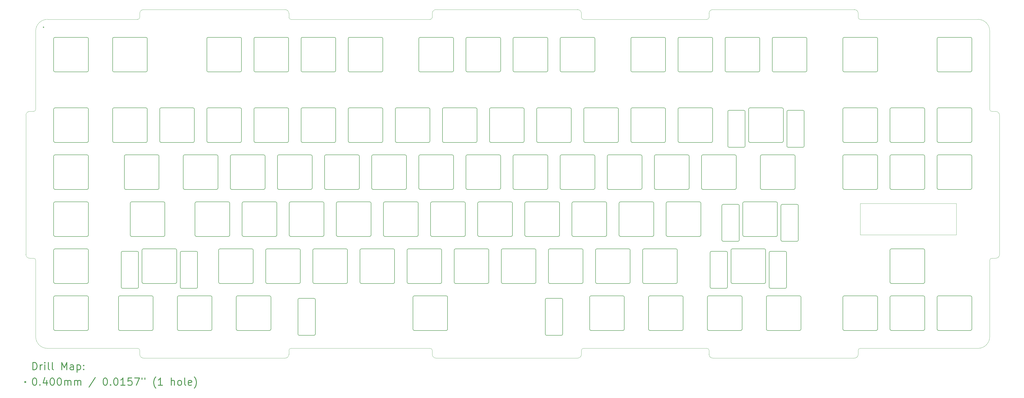
<source format=gbr>
%FSLAX45Y45*%
G04 Gerber Fmt 4.5, Leading zero omitted, Abs format (unit mm)*
G04 Created by KiCad (PCBNEW (5.1.10)-1) date 2021-10-28 23:24:55*
%MOMM*%
%LPD*%
G01*
G04 APERTURE LIST*
%TA.AperFunction,Profile*%
%ADD10C,0.200000*%
%TD*%
%TA.AperFunction,Profile*%
%ADD11C,0.100000*%
%TD*%
%ADD12C,0.200000*%
%ADD13C,0.300000*%
G04 APERTURE END LIST*
D10*
X23905720Y-23320220D02*
G75*
G02*
X23955720Y-23270220I50000J0D01*
G01*
X25255720Y-23270220D02*
G75*
G02*
X25305720Y-23320220I0J-50000D01*
G01*
X22000720Y-23320220D02*
G75*
G02*
X22050720Y-23270220I50000J0D01*
G01*
X25305720Y-23320220D02*
X25305720Y-24620220D01*
X23400720Y-24620220D02*
G75*
G02*
X23350720Y-24670220I-50000J0D01*
G01*
X23955720Y-23270220D02*
X25255720Y-23270220D01*
X23905720Y-23320220D02*
X23905720Y-24620220D01*
X23955720Y-24670220D02*
X25255720Y-24670220D01*
X22050720Y-24670220D02*
G75*
G02*
X22000720Y-24620220I0J50000D01*
G01*
X23350720Y-23270220D02*
G75*
G02*
X23400720Y-23320220I0J-50000D01*
G01*
X19241345Y-28630220D02*
G75*
G02*
X19191345Y-28680220I-50000J0D01*
G01*
X30385095Y-28480220D02*
X31685095Y-28480220D01*
X30335095Y-27130220D02*
X30335095Y-28430220D01*
X15066345Y-27130220D02*
X15066345Y-28430220D01*
X30385095Y-27080220D02*
X31685095Y-27080220D01*
X8665720Y-27130220D02*
X8665720Y-28430220D01*
X13716345Y-28480220D02*
X15016345Y-28480220D01*
X13666345Y-27130220D02*
G75*
G02*
X13716345Y-27080220I50000J0D01*
G01*
X23241345Y-27080220D02*
X24541345Y-27080220D01*
X11335095Y-27080220D02*
X12635095Y-27080220D01*
X13716345Y-28480220D02*
G75*
G02*
X13666345Y-28430220I0J50000D01*
G01*
X15016345Y-27080220D02*
G75*
G02*
X15066345Y-27130220I0J-50000D01*
G01*
X8715720Y-28480220D02*
X10015720Y-28480220D01*
X8715720Y-27080220D02*
X10015720Y-27080220D01*
X43829470Y-25175220D02*
G75*
G02*
X43879470Y-25225220I0J-50000D01*
G01*
X13666345Y-27130220D02*
X13666345Y-28430220D01*
X16097595Y-27080220D02*
X17397595Y-27080220D01*
X17447595Y-28430220D02*
G75*
G02*
X17397595Y-28480220I-50000J0D01*
G01*
X23241345Y-28480220D02*
X24541345Y-28480220D01*
X23191345Y-27130220D02*
X23191345Y-28430220D01*
X28591345Y-28680220D02*
X29191345Y-28680220D01*
X28591345Y-28680220D02*
G75*
G02*
X28541345Y-28630220I0J50000D01*
G01*
X42479470Y-25225220D02*
G75*
G02*
X42529470Y-25175220I50000J0D01*
G01*
X42529470Y-26575220D02*
G75*
G02*
X42479470Y-26525220I0J50000D01*
G01*
X10065720Y-27130220D02*
X10065720Y-28430220D01*
X13716345Y-27080220D02*
X15016345Y-27080220D01*
X16047595Y-27130220D02*
X16047595Y-28430220D01*
X24541345Y-27080220D02*
G75*
G02*
X24591345Y-27130220I0J-50000D01*
G01*
X12685095Y-27130220D02*
X12685095Y-28430220D01*
X11335095Y-28480220D02*
X12635095Y-28480220D01*
X12635095Y-27080220D02*
G75*
G02*
X12685095Y-27130220I0J-50000D01*
G01*
X15066345Y-28430220D02*
G75*
G02*
X15016345Y-28480220I-50000J0D01*
G01*
X29241345Y-27230220D02*
X29241345Y-28630220D01*
X11335095Y-28480220D02*
G75*
G02*
X11285095Y-28430220I0J50000D01*
G01*
X16047595Y-27130220D02*
G75*
G02*
X16097595Y-27080220I50000J0D01*
G01*
X29241345Y-28630220D02*
G75*
G02*
X29191345Y-28680220I-50000J0D01*
G01*
X29191345Y-27180220D02*
G75*
G02*
X29241345Y-27230220I0J-50000D01*
G01*
X18591345Y-27180220D02*
X19191345Y-27180220D01*
X10015720Y-27080220D02*
G75*
G02*
X10065720Y-27130220I0J-50000D01*
G01*
X8715720Y-28480220D02*
G75*
G02*
X8665720Y-28430220I0J50000D01*
G01*
X23191345Y-27130220D02*
G75*
G02*
X23241345Y-27080220I50000J0D01*
G01*
X43879470Y-25225220D02*
X43879470Y-26525220D01*
X12685095Y-28430220D02*
G75*
G02*
X12635095Y-28480220I-50000J0D01*
G01*
X28541345Y-27230220D02*
G75*
G02*
X28591345Y-27180220I50000J0D01*
G01*
X10065720Y-28430220D02*
G75*
G02*
X10015720Y-28480220I-50000J0D01*
G01*
X24591345Y-28430220D02*
G75*
G02*
X24541345Y-28480220I-50000J0D01*
G01*
X18541345Y-27230220D02*
X18541345Y-28630220D01*
X11285095Y-27130220D02*
X11285095Y-28430220D01*
X8665720Y-27130220D02*
G75*
G02*
X8715720Y-27080220I50000J0D01*
G01*
X11285095Y-27130220D02*
G75*
G02*
X11335095Y-27080220I50000J0D01*
G01*
X17447595Y-27130220D02*
X17447595Y-28430220D01*
X16097595Y-28480220D02*
G75*
G02*
X16047595Y-28430220I0J50000D01*
G01*
X24591345Y-27130220D02*
X24591345Y-28430220D01*
X23241345Y-28480220D02*
G75*
G02*
X23191345Y-28430220I0J50000D01*
G01*
X28591345Y-27180220D02*
X29191345Y-27180220D01*
X16097595Y-28480220D02*
X17397595Y-28480220D01*
X28541345Y-27230220D02*
X28541345Y-28630220D01*
X43879470Y-26525220D02*
G75*
G02*
X43829470Y-26575220I-50000J0D01*
G01*
X18591345Y-28680220D02*
X19191345Y-28680220D01*
X19241345Y-27230220D02*
X19241345Y-28630220D01*
X18541345Y-27230220D02*
G75*
G02*
X18591345Y-27180220I50000J0D01*
G01*
X19191345Y-27180220D02*
G75*
G02*
X19241345Y-27230220I0J-50000D01*
G01*
X18591345Y-28680220D02*
G75*
G02*
X18541345Y-28630220I0J50000D01*
G01*
X17397595Y-27080220D02*
G75*
G02*
X17447595Y-27130220I0J-50000D01*
G01*
X42529470Y-28480220D02*
G75*
G02*
X42479470Y-28430220I0J50000D01*
G01*
X45734470Y-27080220D02*
G75*
G02*
X45784470Y-27130220I0J-50000D01*
G01*
X37528845Y-28480220D02*
X38828845Y-28480220D01*
X35147595Y-27080220D02*
X36447595Y-27080220D01*
X31735095Y-28430220D02*
G75*
G02*
X31685095Y-28480220I-50000J0D01*
G01*
X32766345Y-28480220D02*
G75*
G02*
X32716345Y-28430220I0J50000D01*
G01*
X36497595Y-28430220D02*
G75*
G02*
X36447595Y-28480220I-50000J0D01*
G01*
X43829470Y-27080220D02*
G75*
G02*
X43879470Y-27130220I0J-50000D01*
G01*
X34116345Y-28430220D02*
G75*
G02*
X34066345Y-28480220I-50000J0D01*
G01*
X38878845Y-28430220D02*
G75*
G02*
X38828845Y-28480220I-50000J0D01*
G01*
X37478845Y-27130220D02*
G75*
G02*
X37528845Y-27080220I50000J0D01*
G01*
X34066345Y-27080220D02*
G75*
G02*
X34116345Y-27130220I0J-50000D01*
G01*
X42529470Y-27080220D02*
X43829470Y-27080220D01*
X44384470Y-27130220D02*
G75*
G02*
X44434470Y-27080220I50000J0D01*
G01*
X37528845Y-27080220D02*
X38828845Y-27080220D01*
X40574470Y-27130220D02*
X40574470Y-28430220D01*
X37528845Y-28480220D02*
G75*
G02*
X37478845Y-28430220I0J50000D01*
G01*
X45784470Y-27130220D02*
X45784470Y-28430220D01*
X32766345Y-28480220D02*
X34066345Y-28480220D01*
X37478845Y-27130220D02*
X37478845Y-28430220D01*
X43879470Y-27130220D02*
X43879470Y-28430220D01*
X40574470Y-27130220D02*
G75*
G02*
X40624470Y-27080220I50000J0D01*
G01*
X32716345Y-27130220D02*
X32716345Y-28430220D01*
X32716345Y-27130220D02*
G75*
G02*
X32766345Y-27080220I50000J0D01*
G01*
X44384470Y-27130220D02*
X44384470Y-28430220D01*
X41974470Y-28430220D02*
G75*
G02*
X41924470Y-28480220I-50000J0D01*
G01*
X44434470Y-28480220D02*
X45734470Y-28480220D01*
X35097595Y-27130220D02*
G75*
G02*
X35147595Y-27080220I50000J0D01*
G01*
X31735095Y-27130220D02*
X31735095Y-28430220D01*
X32766345Y-27080220D02*
X34066345Y-27080220D01*
X31685095Y-27080220D02*
G75*
G02*
X31735095Y-27130220I0J-50000D01*
G01*
X34116345Y-27130220D02*
X34116345Y-28430220D01*
X40624470Y-27080220D02*
X41924470Y-27080220D01*
X42529470Y-28480220D02*
X43829470Y-28480220D01*
X36497595Y-27130220D02*
X36497595Y-28430220D01*
X42479470Y-27130220D02*
G75*
G02*
X42529470Y-27080220I50000J0D01*
G01*
X41974470Y-27130220D02*
X41974470Y-28430220D01*
X41924470Y-27080220D02*
G75*
G02*
X41974470Y-27130220I0J-50000D01*
G01*
X40624470Y-28480220D02*
X41924470Y-28480220D01*
X43879470Y-28430220D02*
G75*
G02*
X43829470Y-28480220I-50000J0D01*
G01*
X38828845Y-27080220D02*
G75*
G02*
X38878845Y-27130220I0J-50000D01*
G01*
X42479470Y-27130220D02*
X42479470Y-28430220D01*
X44434470Y-27080220D02*
X45734470Y-27080220D01*
X35097595Y-27130220D02*
X35097595Y-28430220D01*
X35147595Y-28480220D02*
X36447595Y-28480220D01*
X35147595Y-28480220D02*
G75*
G02*
X35097595Y-28430220I0J50000D01*
G01*
X38878845Y-27130220D02*
X38878845Y-28430220D01*
X45784470Y-28430220D02*
G75*
G02*
X45734470Y-28480220I-50000J0D01*
G01*
X30335095Y-27130220D02*
G75*
G02*
X30385095Y-27080220I50000J0D01*
G01*
X40624470Y-28480220D02*
G75*
G02*
X40574470Y-28430220I0J50000D01*
G01*
X30385095Y-28480220D02*
G75*
G02*
X30335095Y-28430220I0J50000D01*
G01*
X44434470Y-28480220D02*
G75*
G02*
X44384470Y-28430220I0J50000D01*
G01*
X36447595Y-27080220D02*
G75*
G02*
X36497595Y-27130220I0J-50000D01*
G01*
X19540720Y-23270220D02*
G75*
G02*
X19590720Y-23320220I0J-50000D01*
G01*
X20095720Y-23320220D02*
G75*
G02*
X20145720Y-23270220I50000J0D01*
G01*
X18240720Y-24670220D02*
G75*
G02*
X18190720Y-24620220I0J50000D01*
G01*
X21495720Y-24620220D02*
G75*
G02*
X21445720Y-24670220I-50000J0D01*
G01*
X21445720Y-23270220D02*
G75*
G02*
X21495720Y-23320220I0J-50000D01*
G01*
X22050720Y-23270220D02*
X23350720Y-23270220D01*
X22050720Y-24670220D02*
X23350720Y-24670220D01*
X22000720Y-23320220D02*
X22000720Y-24620220D01*
X23400720Y-23320220D02*
X23400720Y-24620220D01*
X19590720Y-23320220D02*
X19590720Y-24620220D01*
X19590720Y-24620220D02*
G75*
G02*
X19540720Y-24670220I-50000J0D01*
G01*
X20145720Y-23270220D02*
X21445720Y-23270220D01*
X20145720Y-24670220D02*
X21445720Y-24670220D01*
X18190720Y-23320220D02*
G75*
G02*
X18240720Y-23270220I50000J0D01*
G01*
X21495720Y-23320220D02*
X21495720Y-24620220D01*
X20095720Y-23320220D02*
X20095720Y-24620220D01*
X20145720Y-24670220D02*
G75*
G02*
X20095720Y-24620220I0J50000D01*
G01*
X31020720Y-23320220D02*
X31020720Y-24620220D01*
X31575720Y-24670220D02*
X32875720Y-24670220D01*
X34830720Y-23320220D02*
X34830720Y-24620220D01*
X27765720Y-24670220D02*
G75*
G02*
X27715720Y-24620220I0J50000D01*
G01*
X29620720Y-23320220D02*
G75*
G02*
X29670720Y-23270220I50000J0D01*
G01*
X33430720Y-23320220D02*
G75*
G02*
X33480720Y-23270220I50000J0D01*
G01*
X32925720Y-23320220D02*
X32925720Y-24620220D01*
X25860720Y-24670220D02*
G75*
G02*
X25810720Y-24620220I0J50000D01*
G01*
X30970720Y-23270220D02*
G75*
G02*
X31020720Y-23320220I0J-50000D01*
G01*
X36526345Y-23320220D02*
G75*
G02*
X36576345Y-23270220I50000J0D01*
G01*
X36576345Y-24670220D02*
G75*
G02*
X36526345Y-24620220I0J50000D01*
G01*
X29670720Y-23270220D02*
X30970720Y-23270220D01*
X38070145Y-23420220D02*
X38070145Y-24820220D01*
X31575720Y-24670220D02*
G75*
G02*
X31525720Y-24620220I0J50000D01*
G01*
X29115720Y-24620220D02*
G75*
G02*
X29065720Y-24670220I-50000J0D01*
G01*
X37926345Y-23320220D02*
X37926345Y-24620220D01*
X37876345Y-23270220D02*
G75*
G02*
X37926345Y-23320220I0J-50000D01*
G01*
X38720145Y-23370220D02*
G75*
G02*
X38770145Y-23420220I0J-50000D01*
G01*
X35682545Y-23420220D02*
X35682545Y-24820220D01*
X29065720Y-23270220D02*
G75*
G02*
X29115720Y-23320220I0J-50000D01*
G01*
X36576345Y-23270220D02*
X37876345Y-23270220D01*
X27715720Y-23320220D02*
X27715720Y-24620220D01*
X29115720Y-23320220D02*
X29115720Y-24620220D01*
X27715720Y-23320220D02*
G75*
G02*
X27765720Y-23270220I50000J0D01*
G01*
X38120145Y-24870220D02*
G75*
G02*
X38070145Y-24820220I0J50000D01*
G01*
X35682545Y-23420220D02*
G75*
G02*
X35732545Y-23370220I50000J0D01*
G01*
X10065720Y-25225220D02*
X10065720Y-26525220D01*
X8665720Y-25225220D02*
G75*
G02*
X8715720Y-25175220I50000J0D01*
G01*
X10015720Y-25175220D02*
G75*
G02*
X10065720Y-25225220I0J-50000D01*
G01*
X33430720Y-23320220D02*
X33430720Y-24620220D01*
X33480720Y-24670220D02*
G75*
G02*
X33430720Y-24620220I0J50000D01*
G01*
X36382545Y-23420220D02*
X36382545Y-24820220D01*
X29620720Y-23320220D02*
X29620720Y-24620220D01*
X36382545Y-24820220D02*
G75*
G02*
X36332545Y-24870220I-50000J0D01*
G01*
X33480720Y-23270220D02*
X34780720Y-23270220D01*
X35732545Y-24870220D02*
G75*
G02*
X35682545Y-24820220I0J50000D01*
G01*
X31575720Y-23270220D02*
X32875720Y-23270220D01*
X31525720Y-23320220D02*
X31525720Y-24620220D01*
X34830720Y-24620220D02*
G75*
G02*
X34780720Y-24670220I-50000J0D01*
G01*
X34780720Y-23270220D02*
G75*
G02*
X34830720Y-23320220I0J-50000D01*
G01*
X33480720Y-24670220D02*
X34780720Y-24670220D01*
X29670720Y-24670220D02*
G75*
G02*
X29620720Y-24620220I0J50000D01*
G01*
X36576345Y-24670220D02*
X37876345Y-24670220D01*
X36526345Y-23320220D02*
X36526345Y-24620220D01*
X27765720Y-24670220D02*
X29065720Y-24670220D01*
X38120145Y-24870220D02*
X38720145Y-24870220D01*
X38770145Y-23420220D02*
X38770145Y-24820220D01*
X32925720Y-24620220D02*
G75*
G02*
X32875720Y-24670220I-50000J0D01*
G01*
X32875720Y-23270220D02*
G75*
G02*
X32925720Y-23320220I0J-50000D01*
G01*
X37926345Y-24620220D02*
G75*
G02*
X37876345Y-24670220I-50000J0D01*
G01*
X38120145Y-23370220D02*
X38720145Y-23370220D01*
X38070145Y-23420220D02*
G75*
G02*
X38120145Y-23370220I50000J0D01*
G01*
X38770145Y-24820220D02*
G75*
G02*
X38720145Y-24870220I-50000J0D01*
G01*
X35732545Y-23370220D02*
X36332545Y-23370220D01*
X35732545Y-24870220D02*
X36332545Y-24870220D01*
X31525720Y-23320220D02*
G75*
G02*
X31575720Y-23270220I50000J0D01*
G01*
X36332545Y-23370220D02*
G75*
G02*
X36382545Y-23420220I0J-50000D01*
G01*
X8715720Y-25175220D02*
X10015720Y-25175220D01*
X8715720Y-26575220D02*
X10015720Y-26575220D01*
X29670720Y-24670220D02*
X30970720Y-24670220D01*
X8665720Y-25225220D02*
X8665720Y-26525220D01*
X27210720Y-24620220D02*
G75*
G02*
X27160720Y-24670220I-50000J0D01*
G01*
X31020720Y-24620220D02*
G75*
G02*
X30970720Y-24670220I-50000J0D01*
G01*
X27765720Y-23270220D02*
X29065720Y-23270220D01*
X20543220Y-26525220D02*
G75*
G02*
X20493220Y-26575220I-50000J0D01*
G01*
X8715720Y-26575220D02*
G75*
G02*
X8665720Y-26525220I0J50000D01*
G01*
X22953220Y-25225220D02*
G75*
G02*
X23003220Y-25175220I50000J0D01*
G01*
X15383220Y-26575220D02*
X16683220Y-26575220D01*
X24303220Y-25175220D02*
G75*
G02*
X24353220Y-25225220I0J-50000D01*
G01*
X13831395Y-25275220D02*
X14431395Y-25275220D01*
X12093795Y-26725220D02*
G75*
G02*
X12043795Y-26775220I-50000J0D01*
G01*
X15333220Y-25225220D02*
X15333220Y-26525220D01*
X17288220Y-26575220D02*
G75*
G02*
X17238220Y-26525220I0J50000D01*
G01*
X13831395Y-26775220D02*
G75*
G02*
X13781395Y-26725220I0J50000D01*
G01*
X15333220Y-25225220D02*
G75*
G02*
X15383220Y-25175220I50000J0D01*
G01*
X16733220Y-25225220D02*
X16733220Y-26525220D01*
X12237595Y-25225220D02*
X12237595Y-26525220D01*
X12287595Y-26575220D02*
G75*
G02*
X12237595Y-26525220I0J50000D01*
G01*
X13637595Y-26525220D02*
G75*
G02*
X13587595Y-26575220I-50000J0D01*
G01*
X15383220Y-25175220D02*
X16683220Y-25175220D01*
X15383220Y-26575220D02*
G75*
G02*
X15333220Y-26525220I0J50000D01*
G01*
X18588220Y-25175220D02*
G75*
G02*
X18638220Y-25225220I0J-50000D01*
G01*
X18638220Y-26525220D02*
G75*
G02*
X18588220Y-26575220I-50000J0D01*
G01*
X19193220Y-25175220D02*
X20493220Y-25175220D01*
X21048220Y-25225220D02*
G75*
G02*
X21098220Y-25175220I50000J0D01*
G01*
X22398220Y-25175220D02*
G75*
G02*
X22448220Y-25225220I0J-50000D01*
G01*
X12237595Y-25225220D02*
G75*
G02*
X12287595Y-25175220I50000J0D01*
G01*
X21098220Y-26575220D02*
G75*
G02*
X21048220Y-26525220I0J50000D01*
G01*
X13831395Y-26775220D02*
X14431395Y-26775220D01*
X11443795Y-26775220D02*
G75*
G02*
X11393795Y-26725220I0J50000D01*
G01*
X17288220Y-25175220D02*
X18588220Y-25175220D01*
X23003220Y-25175220D02*
X24303220Y-25175220D01*
X11443795Y-26775220D02*
X12043795Y-26775220D01*
X10065720Y-26525220D02*
G75*
G02*
X10015720Y-26575220I-50000J0D01*
G01*
X12287595Y-25175220D02*
X13587595Y-25175220D01*
X13637595Y-25225220D02*
X13637595Y-26525220D01*
X14481395Y-26725220D02*
G75*
G02*
X14431395Y-26775220I-50000J0D01*
G01*
X12093795Y-25325220D02*
X12093795Y-26725220D01*
X11393795Y-25325220D02*
G75*
G02*
X11443795Y-25275220I50000J0D01*
G01*
X16683220Y-25175220D02*
G75*
G02*
X16733220Y-25225220I0J-50000D01*
G01*
X17238220Y-25225220D02*
X17238220Y-26525220D01*
X19143220Y-25225220D02*
G75*
G02*
X19193220Y-25175220I50000J0D01*
G01*
X14481395Y-25325220D02*
X14481395Y-26725220D01*
X13781395Y-25325220D02*
G75*
G02*
X13831395Y-25275220I50000J0D01*
G01*
X20493220Y-25175220D02*
G75*
G02*
X20543220Y-25225220I0J-50000D01*
G01*
X12043795Y-25275220D02*
G75*
G02*
X12093795Y-25325220I0J-50000D01*
G01*
X19193220Y-26575220D02*
G75*
G02*
X19143220Y-26525220I0J50000D01*
G01*
X21098220Y-26575220D02*
X22398220Y-26575220D01*
X14431395Y-25275220D02*
G75*
G02*
X14481395Y-25325220I0J-50000D01*
G01*
X21048220Y-25225220D02*
X21048220Y-26525220D01*
X22448220Y-25225220D02*
X22448220Y-26525220D01*
X11443795Y-25275220D02*
X12043795Y-25275220D01*
X13781395Y-25325220D02*
X13781395Y-26725220D01*
X11393795Y-25325220D02*
X11393795Y-26725220D01*
X17288220Y-26575220D02*
X18588220Y-26575220D01*
X17238220Y-25225220D02*
G75*
G02*
X17288220Y-25175220I50000J0D01*
G01*
X19193220Y-26575220D02*
X20493220Y-26575220D01*
X20543220Y-25225220D02*
X20543220Y-26525220D01*
X23003220Y-26575220D02*
X24303220Y-26575220D01*
X16733220Y-26525220D02*
G75*
G02*
X16683220Y-26575220I-50000J0D01*
G01*
X22953220Y-25225220D02*
X22953220Y-26525220D01*
X13587595Y-25175220D02*
G75*
G02*
X13637595Y-25225220I0J-50000D01*
G01*
X22448220Y-26525220D02*
G75*
G02*
X22398220Y-26575220I-50000J0D01*
G01*
X24353220Y-25225220D02*
X24353220Y-26525220D01*
X21098220Y-25175220D02*
X22398220Y-25175220D01*
X19143220Y-25225220D02*
X19143220Y-26525220D01*
X12287595Y-26575220D02*
X13587595Y-26575220D01*
X18638220Y-25225220D02*
X18638220Y-26525220D01*
X28113220Y-25175220D02*
G75*
G02*
X28163220Y-25225220I0J-50000D01*
G01*
X35256295Y-25275220D02*
X35856295Y-25275220D01*
X35206295Y-25325220D02*
X35206295Y-26725220D01*
X26813220Y-26575220D02*
G75*
G02*
X26763220Y-26525220I0J50000D01*
G01*
X30623220Y-26575220D02*
G75*
G02*
X30573220Y-26525220I0J50000D01*
G01*
X30018220Y-25175220D02*
G75*
G02*
X30068220Y-25225220I0J-50000D01*
G01*
X30573220Y-25225220D02*
G75*
G02*
X30623220Y-25175220I50000J0D01*
G01*
X33828220Y-25175220D02*
G75*
G02*
X33878220Y-25225220I0J-50000D01*
G01*
X24353220Y-26525220D02*
G75*
G02*
X24303220Y-26575220I-50000J0D01*
G01*
X31923220Y-25175220D02*
G75*
G02*
X31973220Y-25225220I0J-50000D01*
G01*
X33878220Y-26525220D02*
G75*
G02*
X33828220Y-26575220I-50000J0D01*
G01*
X24858220Y-25225220D02*
G75*
G02*
X24908220Y-25175220I50000J0D01*
G01*
X26813220Y-25175220D02*
X28113220Y-25175220D01*
X31973220Y-25225220D02*
X31973220Y-26525220D01*
X36050095Y-25225220D02*
X36050095Y-26525220D01*
X32528220Y-26575220D02*
G75*
G02*
X32478220Y-26525220I0J50000D01*
G01*
X37400095Y-25175220D02*
G75*
G02*
X37450095Y-25225220I0J-50000D01*
G01*
X37643895Y-25275220D02*
X38243895Y-25275220D01*
X37643895Y-26775220D02*
G75*
G02*
X37593895Y-26725220I0J50000D01*
G01*
X35906295Y-25325220D02*
X35906295Y-26725220D01*
X36050095Y-25225220D02*
G75*
G02*
X36100095Y-25175220I50000J0D01*
G01*
X35206295Y-25325220D02*
G75*
G02*
X35256295Y-25275220I50000J0D01*
G01*
X30068220Y-26525220D02*
G75*
G02*
X30018220Y-26575220I-50000J0D01*
G01*
X36100095Y-25175220D02*
X37400095Y-25175220D01*
X24908220Y-26575220D02*
X26208220Y-26575220D01*
X26208220Y-25175220D02*
G75*
G02*
X26258220Y-25225220I0J-50000D01*
G01*
X37593895Y-25325220D02*
X37593895Y-26725220D01*
X35256295Y-26775220D02*
X35856295Y-26775220D01*
X35856295Y-25275220D02*
G75*
G02*
X35906295Y-25325220I0J-50000D01*
G01*
X26813220Y-26575220D02*
X28113220Y-26575220D01*
X24908220Y-26575220D02*
G75*
G02*
X24858220Y-26525220I0J50000D01*
G01*
X30623220Y-25175220D02*
X31923220Y-25175220D01*
X30573220Y-25225220D02*
X30573220Y-26525220D01*
X38243895Y-25275220D02*
G75*
G02*
X38293895Y-25325220I0J-50000D01*
G01*
X32478220Y-25225220D02*
X32478220Y-26525220D01*
X28718220Y-26575220D02*
X30018220Y-26575220D01*
X26258220Y-25225220D02*
X26258220Y-26525220D01*
X28163220Y-26525220D02*
G75*
G02*
X28113220Y-26575220I-50000J0D01*
G01*
X26763220Y-25225220D02*
X26763220Y-26525220D01*
X28163220Y-25225220D02*
X28163220Y-26525220D01*
X28718220Y-25175220D02*
X30018220Y-25175220D01*
X30068220Y-25225220D02*
X30068220Y-26525220D01*
X24858220Y-25225220D02*
X24858220Y-26525220D01*
X28718220Y-26575220D02*
G75*
G02*
X28668220Y-26525220I0J50000D01*
G01*
X30623220Y-26575220D02*
X31923220Y-26575220D01*
X32528220Y-26575220D02*
X33828220Y-26575220D01*
X36100095Y-26575220D02*
G75*
G02*
X36050095Y-26525220I0J50000D01*
G01*
X24908220Y-25175220D02*
X26208220Y-25175220D01*
X26763220Y-25225220D02*
G75*
G02*
X26813220Y-25175220I50000J0D01*
G01*
X37450095Y-25225220D02*
X37450095Y-26525220D01*
X32528220Y-25175220D02*
X33828220Y-25175220D01*
X31973220Y-26525220D02*
G75*
G02*
X31923220Y-26575220I-50000J0D01*
G01*
X23003220Y-26575220D02*
G75*
G02*
X22953220Y-26525220I0J50000D01*
G01*
X32478220Y-25225220D02*
G75*
G02*
X32528220Y-25175220I50000J0D01*
G01*
X36100095Y-26575220D02*
X37400095Y-26575220D01*
X28668220Y-25225220D02*
X28668220Y-26525220D01*
X37450095Y-26525220D02*
G75*
G02*
X37400095Y-26575220I-50000J0D01*
G01*
X26258220Y-26525220D02*
G75*
G02*
X26208220Y-26575220I-50000J0D01*
G01*
X28668220Y-25225220D02*
G75*
G02*
X28718220Y-25175220I50000J0D01*
G01*
X37643895Y-26775220D02*
X38243895Y-26775220D01*
X38293895Y-25325220D02*
X38293895Y-26725220D01*
X33878220Y-25225220D02*
X33878220Y-26525220D01*
X37593895Y-25325220D02*
G75*
G02*
X37643895Y-25275220I50000J0D01*
G01*
X38293895Y-26725220D02*
G75*
G02*
X38243895Y-26775220I-50000J0D01*
G01*
X42479470Y-25225220D02*
X42479470Y-26525220D01*
X42529470Y-26575220D02*
X43829470Y-26575220D01*
X35256295Y-26775220D02*
G75*
G02*
X35206295Y-26725220I0J50000D01*
G01*
X35906295Y-26725220D02*
G75*
G02*
X35856295Y-26775220I-50000J0D01*
G01*
X42529470Y-25175220D02*
X43829470Y-25175220D01*
X25810720Y-23320220D02*
X25810720Y-24620220D01*
X23955720Y-24670220D02*
G75*
G02*
X23905720Y-24620220I0J50000D01*
G01*
X25810720Y-23320220D02*
G75*
G02*
X25860720Y-23270220I50000J0D01*
G01*
X25860720Y-24670220D02*
X27160720Y-24670220D01*
X25305720Y-24620220D02*
G75*
G02*
X25255720Y-24670220I-50000J0D01*
G01*
X25860720Y-23270220D02*
X27160720Y-23270220D01*
X27160720Y-23270220D02*
G75*
G02*
X27210720Y-23320220I0J-50000D01*
G01*
X27210720Y-23320220D02*
X27210720Y-24620220D01*
X27239470Y-16652720D02*
G75*
G02*
X27289470Y-16602720I50000J0D01*
G01*
X26684470Y-16602720D02*
G75*
G02*
X26734470Y-16652720I0J-50000D01*
G01*
X26734470Y-17952720D02*
G75*
G02*
X26684470Y-18002720I-50000J0D01*
G01*
X28589470Y-16602720D02*
G75*
G02*
X28639470Y-16652720I0J-50000D01*
G01*
X27289470Y-18002720D02*
G75*
G02*
X27239470Y-17952720I0J50000D01*
G01*
X24779470Y-16602720D02*
G75*
G02*
X24829470Y-16652720I0J-50000D01*
G01*
X29194470Y-16602720D02*
X30494470Y-16602720D01*
X29194470Y-18002720D02*
X30494470Y-18002720D01*
X25384470Y-18002720D02*
G75*
G02*
X25334470Y-17952720I0J50000D01*
G01*
X25334470Y-16652720D02*
G75*
G02*
X25384470Y-16602720I50000J0D01*
G01*
X29144470Y-16652720D02*
X29144470Y-17952720D01*
X25384470Y-18002720D02*
X26684470Y-18002720D01*
X24829470Y-17952720D02*
G75*
G02*
X24779470Y-18002720I-50000J0D01*
G01*
X28639470Y-17952720D02*
G75*
G02*
X28589470Y-18002720I-50000J0D01*
G01*
X30544470Y-16652720D02*
X30544470Y-17952720D01*
X29144470Y-16652720D02*
G75*
G02*
X29194470Y-16602720I50000J0D01*
G01*
X25384470Y-16602720D02*
X26684470Y-16602720D01*
X23479470Y-18002720D02*
G75*
G02*
X23429470Y-17952720I0J50000D01*
G01*
X25334470Y-16652720D02*
X25334470Y-17952720D01*
X26734470Y-16652720D02*
X26734470Y-17952720D01*
X27289470Y-16602720D02*
X28589470Y-16602720D01*
X27289470Y-18002720D02*
X28589470Y-18002720D01*
X27239470Y-16652720D02*
X27239470Y-17952720D01*
X28639470Y-16652720D02*
X28639470Y-17952720D01*
X10015720Y-19460220D02*
G75*
G02*
X10065720Y-19510220I0J-50000D01*
G01*
X33401970Y-17952720D02*
G75*
G02*
X33351970Y-18002720I-50000J0D01*
G01*
X37766970Y-18002720D02*
G75*
G02*
X37716970Y-17952720I0J50000D01*
G01*
X44434470Y-16602720D02*
X45734470Y-16602720D01*
X37766970Y-18002720D02*
X39066970Y-18002720D01*
X35861970Y-18002720D02*
X37161970Y-18002720D01*
X40624470Y-16602720D02*
X41924470Y-16602720D01*
X44434470Y-18002720D02*
X45734470Y-18002720D01*
X37716970Y-16652720D02*
X37716970Y-17952720D01*
X8715720Y-20860220D02*
X10015720Y-20860220D01*
X10065720Y-19510220D02*
X10065720Y-20810220D01*
X30494470Y-16602720D02*
G75*
G02*
X30544470Y-16652720I0J-50000D01*
G01*
X35306970Y-16652720D02*
X35306970Y-17952720D01*
X35306970Y-17952720D02*
G75*
G02*
X35256970Y-18002720I-50000J0D01*
G01*
X35861970Y-16602720D02*
X37161970Y-16602720D01*
X37161970Y-16602720D02*
G75*
G02*
X37211970Y-16652720I0J-50000D01*
G01*
X41974470Y-16652720D02*
X41974470Y-17952720D01*
X8715720Y-19460220D02*
X10015720Y-19460220D01*
X8665720Y-19510220D02*
X8665720Y-20810220D01*
X8715720Y-20860220D02*
G75*
G02*
X8665720Y-20810220I0J50000D01*
G01*
X45734470Y-16602720D02*
G75*
G02*
X45784470Y-16652720I0J-50000D01*
G01*
X10065720Y-20810220D02*
G75*
G02*
X10015720Y-20860220I-50000J0D01*
G01*
X35256970Y-16602720D02*
G75*
G02*
X35306970Y-16652720I0J-50000D01*
G01*
X11096970Y-19460220D02*
X12396970Y-19460220D01*
X35811970Y-16652720D02*
X35811970Y-17952720D01*
X11096970Y-20860220D02*
X12396970Y-20860220D01*
X11046970Y-19510220D02*
X11046970Y-20810220D01*
X12446970Y-19510220D02*
X12446970Y-20810220D01*
X11046970Y-19510220D02*
G75*
G02*
X11096970Y-19460220I50000J0D01*
G01*
X33956970Y-16602720D02*
X35256970Y-16602720D01*
X32001970Y-16652720D02*
X32001970Y-17952720D01*
X33956970Y-18002720D02*
X35256970Y-18002720D01*
X33906970Y-16652720D02*
G75*
G02*
X33956970Y-16602720I50000J0D01*
G01*
X32051970Y-16602720D02*
X33351970Y-16602720D01*
X30544470Y-17952720D02*
G75*
G02*
X30494470Y-18002720I-50000J0D01*
G01*
X32001970Y-16652720D02*
G75*
G02*
X32051970Y-16602720I50000J0D01*
G01*
X37211970Y-17952720D02*
G75*
G02*
X37161970Y-18002720I-50000J0D01*
G01*
X39066970Y-16602720D02*
G75*
G02*
X39116970Y-16652720I0J-50000D01*
G01*
X35811970Y-16652720D02*
G75*
G02*
X35861970Y-16602720I50000J0D01*
G01*
X39116970Y-17952720D02*
G75*
G02*
X39066970Y-18002720I-50000J0D01*
G01*
X41924470Y-16602720D02*
G75*
G02*
X41974470Y-16652720I0J-50000D01*
G01*
X39116970Y-16652720D02*
X39116970Y-17952720D01*
X32051970Y-18002720D02*
G75*
G02*
X32001970Y-17952720I0J50000D01*
G01*
X40624470Y-18002720D02*
G75*
G02*
X40574470Y-17952720I0J50000D01*
G01*
X41974470Y-17952720D02*
G75*
G02*
X41924470Y-18002720I-50000J0D01*
G01*
X44384470Y-16652720D02*
X44384470Y-17952720D01*
X45784470Y-16652720D02*
X45784470Y-17952720D01*
X33351970Y-16602720D02*
G75*
G02*
X33401970Y-16652720I0J-50000D01*
G01*
X37211970Y-16652720D02*
X37211970Y-17952720D01*
X40574470Y-16652720D02*
X40574470Y-17952720D01*
X40574470Y-16652720D02*
G75*
G02*
X40624470Y-16602720I50000J0D01*
G01*
X29194470Y-18002720D02*
G75*
G02*
X29144470Y-17952720I0J50000D01*
G01*
X32051970Y-18002720D02*
X33351970Y-18002720D01*
X44384470Y-16652720D02*
G75*
G02*
X44434470Y-16602720I50000J0D01*
G01*
X44434470Y-18002720D02*
G75*
G02*
X44384470Y-17952720I0J50000D01*
G01*
X40624470Y-18002720D02*
X41924470Y-18002720D01*
X45784470Y-17952720D02*
G75*
G02*
X45734470Y-18002720I-50000J0D01*
G01*
X33956970Y-18002720D02*
G75*
G02*
X33906970Y-17952720I0J50000D01*
G01*
X8665720Y-19510220D02*
G75*
G02*
X8715720Y-19460220I50000J0D01*
G01*
X35861970Y-18002720D02*
G75*
G02*
X35811970Y-17952720I0J50000D01*
G01*
X33401970Y-16652720D02*
X33401970Y-17952720D01*
X37716970Y-16652720D02*
G75*
G02*
X37766970Y-16602720I50000J0D01*
G01*
X33906970Y-16652720D02*
X33906970Y-17952720D01*
X37766970Y-16602720D02*
X39066970Y-16602720D01*
X10065720Y-17952720D02*
G75*
G02*
X10015720Y-18002720I-50000J0D01*
G01*
X8715720Y-18002720D02*
G75*
G02*
X8665720Y-17952720I0J50000D01*
G01*
X16811970Y-18002720D02*
X18111970Y-18002720D01*
X16256970Y-16652720D02*
X16256970Y-17952720D01*
X18666970Y-16652720D02*
X18666970Y-17952720D01*
X14856970Y-16652720D02*
G75*
G02*
X14906970Y-16602720I50000J0D01*
G01*
X12396970Y-16602720D02*
G75*
G02*
X12446970Y-16652720I0J-50000D01*
G01*
X16206970Y-16602720D02*
G75*
G02*
X16256970Y-16652720I0J-50000D01*
G01*
X16811970Y-16602720D02*
X18111970Y-16602720D01*
X18161970Y-17952720D02*
G75*
G02*
X18111970Y-18002720I-50000J0D01*
G01*
X18666970Y-16652720D02*
G75*
G02*
X18716970Y-16602720I50000J0D01*
G01*
X20621970Y-16602720D02*
X21921970Y-16602720D01*
X8715720Y-16602720D02*
X10015720Y-16602720D01*
X11046970Y-16652720D02*
X11046970Y-17952720D01*
X8715720Y-18002720D02*
X10015720Y-18002720D01*
X12446970Y-17952720D02*
G75*
G02*
X12396970Y-18002720I-50000J0D01*
G01*
X14906970Y-16602720D02*
X16206970Y-16602720D01*
X14906970Y-18002720D02*
G75*
G02*
X14856970Y-17952720I0J50000D01*
G01*
X18716970Y-16602720D02*
X20016970Y-16602720D01*
X16811970Y-18002720D02*
G75*
G02*
X16761970Y-17952720I0J50000D01*
G01*
X16761970Y-16652720D02*
G75*
G02*
X16811970Y-16602720I50000J0D01*
G01*
X11096970Y-18002720D02*
X12396970Y-18002720D01*
X18161970Y-16652720D02*
X18161970Y-17952720D01*
X18111970Y-16602720D02*
G75*
G02*
X18161970Y-16652720I0J-50000D01*
G01*
X10015720Y-16602720D02*
G75*
G02*
X10065720Y-16652720I0J-50000D01*
G01*
X12446970Y-16652720D02*
X12446970Y-17952720D01*
X11046970Y-16652720D02*
G75*
G02*
X11096970Y-16602720I50000J0D01*
G01*
X18716970Y-18002720D02*
X20016970Y-18002720D01*
X20016970Y-16602720D02*
G75*
G02*
X20066970Y-16652720I0J-50000D01*
G01*
X18716970Y-18002720D02*
G75*
G02*
X18666970Y-17952720I0J50000D01*
G01*
X20621970Y-18002720D02*
X21921970Y-18002720D01*
X21971970Y-16652720D02*
X21971970Y-17952720D01*
X20571970Y-16652720D02*
X20571970Y-17952720D01*
X21921970Y-16602720D02*
G75*
G02*
X21971970Y-16652720I0J-50000D01*
G01*
X11096970Y-16602720D02*
X12396970Y-16602720D01*
X20621970Y-18002720D02*
G75*
G02*
X20571970Y-17952720I0J50000D01*
G01*
X23479470Y-16602720D02*
X24779470Y-16602720D01*
X23479470Y-18002720D02*
X24779470Y-18002720D01*
X20066970Y-16652720D02*
X20066970Y-17952720D01*
X20571970Y-16652720D02*
G75*
G02*
X20621970Y-16602720I50000J0D01*
G01*
X8665720Y-16652720D02*
G75*
G02*
X8715720Y-16602720I50000J0D01*
G01*
X8665720Y-16652720D02*
X8665720Y-17952720D01*
X11096970Y-18002720D02*
G75*
G02*
X11046970Y-17952720I0J50000D01*
G01*
X16761970Y-16652720D02*
X16761970Y-17952720D01*
X23429470Y-16652720D02*
X23429470Y-17952720D01*
X24829470Y-16652720D02*
X24829470Y-17952720D01*
X20066970Y-17952720D02*
G75*
G02*
X20016970Y-18002720I-50000J0D01*
G01*
X16256970Y-17952720D02*
G75*
G02*
X16206970Y-18002720I-50000J0D01*
G01*
X21971970Y-17952720D02*
G75*
G02*
X21921970Y-18002720I-50000J0D01*
G01*
X14906970Y-18002720D02*
X16206970Y-18002720D01*
X23429470Y-16652720D02*
G75*
G02*
X23479470Y-16602720I50000J0D01*
G01*
X10065720Y-16652720D02*
X10065720Y-17952720D01*
X14856970Y-16652720D02*
X14856970Y-17952720D01*
X19114470Y-21415220D02*
X19114470Y-22715220D01*
X15859470Y-22765220D02*
G75*
G02*
X15809470Y-22715220I0J50000D01*
G01*
X19064470Y-21365220D02*
G75*
G02*
X19114470Y-21415220I0J-50000D01*
G01*
X13904470Y-21415220D02*
G75*
G02*
X13954470Y-21365220I50000J0D01*
G01*
X12923220Y-21415220D02*
X12923220Y-22715220D01*
X15254470Y-21365220D02*
G75*
G02*
X15304470Y-21415220I0J-50000D01*
G01*
X13954470Y-22765220D02*
G75*
G02*
X13904470Y-22715220I0J50000D01*
G01*
X17714470Y-21415220D02*
X17714470Y-22715220D01*
X10065720Y-22715220D02*
G75*
G02*
X10015720Y-22765220I-50000J0D01*
G01*
X13954470Y-22765220D02*
X15254470Y-22765220D01*
X13904470Y-21415220D02*
X13904470Y-22715220D01*
X17209470Y-21415220D02*
X17209470Y-22715220D01*
X17764470Y-22765220D02*
G75*
G02*
X17714470Y-22715220I0J50000D01*
G01*
X10065720Y-21415220D02*
X10065720Y-22715220D01*
X19669470Y-21365220D02*
X20969470Y-21365220D01*
X21524470Y-21415220D02*
X21524470Y-22715220D01*
X21574470Y-22765220D02*
X22874470Y-22765220D01*
X22924470Y-21415220D02*
X22924470Y-22715220D01*
X8665720Y-21415220D02*
X8665720Y-22715220D01*
X21524470Y-21415220D02*
G75*
G02*
X21574470Y-21365220I50000J0D01*
G01*
X22874470Y-21365220D02*
G75*
G02*
X22924470Y-21415220I0J-50000D01*
G01*
X15304470Y-21415220D02*
X15304470Y-22715220D01*
X11573220Y-21365220D02*
X12873220Y-21365220D01*
X11573220Y-22765220D02*
X12873220Y-22765220D01*
X17714470Y-21415220D02*
G75*
G02*
X17764470Y-21365220I50000J0D01*
G01*
X12923220Y-22715220D02*
G75*
G02*
X12873220Y-22765220I-50000J0D01*
G01*
X23479470Y-21365220D02*
X24779470Y-21365220D01*
X19669470Y-22765220D02*
G75*
G02*
X19619470Y-22715220I0J50000D01*
G01*
X13954470Y-21365220D02*
X15254470Y-21365220D01*
X19619470Y-21415220D02*
X19619470Y-22715220D01*
X17159470Y-21365220D02*
G75*
G02*
X17209470Y-21415220I0J-50000D01*
G01*
X21019470Y-22715220D02*
G75*
G02*
X20969470Y-22765220I-50000J0D01*
G01*
X23429470Y-21415220D02*
G75*
G02*
X23479470Y-21365220I50000J0D01*
G01*
X17209470Y-22715220D02*
G75*
G02*
X17159470Y-22765220I-50000J0D01*
G01*
X24779470Y-21365220D02*
G75*
G02*
X24829470Y-21415220I0J-50000D01*
G01*
X24829470Y-22715220D02*
G75*
G02*
X24779470Y-22765220I-50000J0D01*
G01*
X15304470Y-22715220D02*
G75*
G02*
X15254470Y-22765220I-50000J0D01*
G01*
X25384470Y-21365220D02*
X26684470Y-21365220D01*
X15809470Y-21415220D02*
G75*
G02*
X15859470Y-21365220I50000J0D01*
G01*
X11573220Y-22765220D02*
G75*
G02*
X11523220Y-22715220I0J50000D01*
G01*
X15859470Y-21365220D02*
X17159470Y-21365220D01*
X21019470Y-21415220D02*
X21019470Y-22715220D01*
X21574470Y-21365220D02*
X22874470Y-21365220D01*
X21574470Y-22765220D02*
G75*
G02*
X21524470Y-22715220I0J50000D01*
G01*
X22924470Y-22715220D02*
G75*
G02*
X22874470Y-22765220I-50000J0D01*
G01*
X23429470Y-21415220D02*
X23429470Y-22715220D01*
X8715720Y-22765220D02*
G75*
G02*
X8665720Y-22715220I0J50000D01*
G01*
X12873220Y-21365220D02*
G75*
G02*
X12923220Y-21415220I0J-50000D01*
G01*
X8665720Y-21415220D02*
G75*
G02*
X8715720Y-21365220I50000J0D01*
G01*
X19114470Y-22715220D02*
G75*
G02*
X19064470Y-22765220I-50000J0D01*
G01*
X24829470Y-21415220D02*
X24829470Y-22715220D01*
X23479470Y-22765220D02*
G75*
G02*
X23429470Y-22715220I0J50000D01*
G01*
X17764470Y-22765220D02*
X19064470Y-22765220D01*
X23479470Y-22765220D02*
X24779470Y-22765220D01*
X10015720Y-21365220D02*
G75*
G02*
X10065720Y-21415220I0J-50000D01*
G01*
X11523220Y-21415220D02*
X11523220Y-22715220D01*
X11523220Y-21415220D02*
G75*
G02*
X11573220Y-21365220I50000J0D01*
G01*
X15859470Y-22765220D02*
X17159470Y-22765220D01*
X17764470Y-21365220D02*
X19064470Y-21365220D01*
X19669470Y-22765220D02*
X20969470Y-22765220D01*
X19619470Y-21415220D02*
G75*
G02*
X19669470Y-21365220I50000J0D01*
G01*
X20969470Y-21365220D02*
G75*
G02*
X21019470Y-21415220I0J-50000D01*
G01*
X15809470Y-21415220D02*
X15809470Y-22715220D01*
X44434470Y-20860220D02*
X45734470Y-20860220D01*
X45734470Y-19460220D02*
G75*
G02*
X45784470Y-19510220I0J-50000D01*
G01*
X44434470Y-19460220D02*
X45734470Y-19460220D01*
X45784470Y-20810220D02*
G75*
G02*
X45734470Y-20860220I-50000J0D01*
G01*
X40574470Y-19510220D02*
X40574470Y-20810220D01*
X36620670Y-21010220D02*
G75*
G02*
X36570670Y-21060220I-50000J0D01*
G01*
X43879470Y-19510220D02*
X43879470Y-20810220D01*
X41924470Y-19460220D02*
G75*
G02*
X41974470Y-19510220I0J-50000D01*
G01*
X40624470Y-20860220D02*
X41924470Y-20860220D01*
X8715720Y-21365220D02*
X10015720Y-21365220D01*
X41974470Y-20810220D02*
G75*
G02*
X41924470Y-20860220I-50000J0D01*
G01*
X42529470Y-20860220D02*
G75*
G02*
X42479470Y-20810220I0J50000D01*
G01*
X44434470Y-20860220D02*
G75*
G02*
X44384470Y-20810220I0J50000D01*
G01*
X8715720Y-22765220D02*
X10015720Y-22765220D01*
X42479470Y-19510220D02*
X42479470Y-20810220D01*
X42479470Y-19510220D02*
G75*
G02*
X42529470Y-19460220I50000J0D01*
G01*
X41974470Y-19510220D02*
X41974470Y-20810220D01*
X45784470Y-19510220D02*
X45784470Y-20810220D01*
X40624470Y-20860220D02*
G75*
G02*
X40574470Y-20810220I0J50000D01*
G01*
X40574470Y-19510220D02*
G75*
G02*
X40624470Y-19460220I50000J0D01*
G01*
X40624470Y-19460220D02*
X41924470Y-19460220D01*
X42529470Y-19460220D02*
X43829470Y-19460220D01*
X35970670Y-21060220D02*
G75*
G02*
X35920670Y-21010220I0J50000D01*
G01*
X43829470Y-19460220D02*
G75*
G02*
X43879470Y-19510220I0J-50000D01*
G01*
X42529470Y-20860220D02*
X43829470Y-20860220D01*
X43879470Y-20810220D02*
G75*
G02*
X43829470Y-20860220I-50000J0D01*
G01*
X44384470Y-19510220D02*
X44384470Y-20810220D01*
X44384470Y-19510220D02*
G75*
G02*
X44434470Y-19460220I50000J0D01*
G01*
X42479470Y-21415220D02*
G75*
G02*
X42529470Y-21365220I50000J0D01*
G01*
X43829470Y-21365220D02*
G75*
G02*
X43879470Y-21415220I0J-50000D01*
G01*
X41974470Y-22715220D02*
G75*
G02*
X41924470Y-22765220I-50000J0D01*
G01*
X37290720Y-22765220D02*
G75*
G02*
X37240720Y-22715220I0J50000D01*
G01*
X42529470Y-21365220D02*
X43829470Y-21365220D01*
X40574470Y-21415220D02*
G75*
G02*
X40624470Y-21365220I50000J0D01*
G01*
X41924470Y-21365220D02*
G75*
G02*
X41974470Y-21415220I0J-50000D01*
G01*
X42529470Y-22765220D02*
X43829470Y-22765220D01*
X42529470Y-22765220D02*
G75*
G02*
X42479470Y-22715220I0J50000D01*
G01*
X44434470Y-22765220D02*
X45734470Y-22765220D01*
X45784470Y-21415220D02*
X45784470Y-22715220D01*
X45734470Y-21365220D02*
G75*
G02*
X45784470Y-21415220I0J-50000D01*
G01*
X44434470Y-22765220D02*
G75*
G02*
X44384470Y-22715220I0J50000D01*
G01*
X8715720Y-23270220D02*
X10015720Y-23270220D01*
X40624470Y-22765220D02*
G75*
G02*
X40574470Y-22715220I0J50000D01*
G01*
X45784470Y-22715220D02*
G75*
G02*
X45734470Y-22765220I-50000J0D01*
G01*
X8715720Y-24670220D02*
X10015720Y-24670220D01*
X40574470Y-21415220D02*
X40574470Y-22715220D01*
X10065720Y-23320220D02*
X10065720Y-24620220D01*
X41974470Y-21415220D02*
X41974470Y-22715220D01*
X44434470Y-21365220D02*
X45734470Y-21365220D01*
X8665720Y-23320220D02*
G75*
G02*
X8715720Y-23270220I50000J0D01*
G01*
X44384470Y-21415220D02*
X44384470Y-22715220D01*
X10015720Y-23270220D02*
G75*
G02*
X10065720Y-23320220I0J-50000D01*
G01*
X8715720Y-24670220D02*
G75*
G02*
X8665720Y-24620220I0J50000D01*
G01*
X42479470Y-21415220D02*
X42479470Y-22715220D01*
X40624470Y-22765220D02*
X41924470Y-22765220D01*
X40624470Y-21365220D02*
X41924470Y-21365220D01*
X43879470Y-21415220D02*
X43879470Y-22715220D01*
X43879470Y-22715220D02*
G75*
G02*
X43829470Y-22765220I-50000J0D01*
G01*
X44384470Y-21415220D02*
G75*
G02*
X44434470Y-21365220I50000J0D01*
G01*
X8665720Y-23320220D02*
X8665720Y-24620220D01*
X38590720Y-21365220D02*
G75*
G02*
X38640720Y-21415220I0J-50000D01*
G01*
X38640720Y-22715220D02*
G75*
G02*
X38590720Y-22765220I-50000J0D01*
G01*
X32954470Y-21415220D02*
G75*
G02*
X33004470Y-21365220I50000J0D01*
G01*
X34859470Y-21415220D02*
G75*
G02*
X34909470Y-21365220I50000J0D01*
G01*
X28639470Y-22715220D02*
G75*
G02*
X28589470Y-22765220I-50000J0D01*
G01*
X25384470Y-22765220D02*
G75*
G02*
X25334470Y-22715220I0J50000D01*
G01*
X28589470Y-21365220D02*
G75*
G02*
X28639470Y-21415220I0J-50000D01*
G01*
X34354470Y-21415220D02*
X34354470Y-22715220D01*
X26684470Y-21365220D02*
G75*
G02*
X26734470Y-21415220I0J-50000D01*
G01*
X25384470Y-22765220D02*
X26684470Y-22765220D01*
X29144470Y-21415220D02*
X29144470Y-22715220D01*
X30494470Y-21365220D02*
G75*
G02*
X30544470Y-21415220I0J-50000D01*
G01*
X31099470Y-22765220D02*
G75*
G02*
X31049470Y-22715220I0J50000D01*
G01*
X27289470Y-22765220D02*
G75*
G02*
X27239470Y-22715220I0J50000D01*
G01*
X31099470Y-21365220D02*
X32399470Y-21365220D01*
X36259470Y-22715220D02*
G75*
G02*
X36209470Y-22765220I-50000J0D01*
G01*
X37290720Y-21365220D02*
X38590720Y-21365220D01*
X37290720Y-22765220D02*
X38590720Y-22765220D01*
X29144470Y-21415220D02*
G75*
G02*
X29194470Y-21365220I50000J0D01*
G01*
X29194470Y-21365220D02*
X30494470Y-21365220D01*
X33004470Y-22765220D02*
X34304470Y-22765220D01*
X25334470Y-21415220D02*
X25334470Y-22715220D01*
X31049470Y-21415220D02*
X31049470Y-22715220D01*
X34909470Y-22765220D02*
X36209470Y-22765220D01*
X37240720Y-21415220D02*
G75*
G02*
X37290720Y-21365220I50000J0D01*
G01*
X26734470Y-21415220D02*
X26734470Y-22715220D01*
X32399470Y-21365220D02*
G75*
G02*
X32449470Y-21415220I0J-50000D01*
G01*
X34909470Y-21365220D02*
X36209470Y-21365220D01*
X27239470Y-21415220D02*
X27239470Y-22715220D01*
X32449470Y-22715220D02*
G75*
G02*
X32399470Y-22765220I-50000J0D01*
G01*
X34354470Y-22715220D02*
G75*
G02*
X34304470Y-22765220I-50000J0D01*
G01*
X33004470Y-22765220D02*
G75*
G02*
X32954470Y-22715220I0J50000D01*
G01*
X29194470Y-22765220D02*
G75*
G02*
X29144470Y-22715220I0J50000D01*
G01*
X36259470Y-21415220D02*
X36259470Y-22715220D01*
X27289470Y-22765220D02*
X28589470Y-22765220D01*
X32954470Y-21415220D02*
X32954470Y-22715220D01*
X31099470Y-22765220D02*
X32399470Y-22765220D01*
X32449470Y-21415220D02*
X32449470Y-22715220D01*
X30544470Y-22715220D02*
G75*
G02*
X30494470Y-22765220I-50000J0D01*
G01*
X36209470Y-21365220D02*
G75*
G02*
X36259470Y-21415220I0J-50000D01*
G01*
X30544470Y-21415220D02*
X30544470Y-22715220D01*
X33004470Y-21365220D02*
X34304470Y-21365220D01*
X27289470Y-21365220D02*
X28589470Y-21365220D01*
X26734470Y-22715220D02*
G75*
G02*
X26684470Y-22765220I-50000J0D01*
G01*
X27239470Y-21415220D02*
G75*
G02*
X27289470Y-21365220I50000J0D01*
G01*
X29194470Y-22765220D02*
X30494470Y-22765220D01*
X34304470Y-21365220D02*
G75*
G02*
X34354470Y-21415220I0J-50000D01*
G01*
X34859470Y-21415220D02*
X34859470Y-22715220D01*
X25334470Y-21415220D02*
G75*
G02*
X25384470Y-21365220I50000J0D01*
G01*
X31049470Y-21415220D02*
G75*
G02*
X31099470Y-21365220I50000J0D01*
G01*
X34909470Y-22765220D02*
G75*
G02*
X34859470Y-22715220I0J50000D01*
G01*
X37240720Y-21415220D02*
X37240720Y-22715220D01*
X28639470Y-21415220D02*
X28639470Y-22715220D01*
X38640720Y-21415220D02*
X38640720Y-22715220D01*
X31446970Y-19460220D02*
G75*
G02*
X31496970Y-19510220I0J-50000D01*
G01*
X26286970Y-19510220D02*
X26286970Y-20810220D01*
X29591970Y-20810220D02*
G75*
G02*
X29541970Y-20860220I-50000J0D01*
G01*
X33401970Y-19510220D02*
X33401970Y-20810220D01*
X28241970Y-20860220D02*
X29541970Y-20860220D01*
X30146970Y-19460220D02*
X31446970Y-19460220D01*
X30096970Y-19510220D02*
G75*
G02*
X30146970Y-19460220I50000J0D01*
G01*
X30146970Y-20860220D02*
X31446970Y-20860220D01*
X33906970Y-19510220D02*
X33906970Y-20810220D01*
X35306970Y-19510220D02*
X35306970Y-20810220D01*
X36764470Y-19510220D02*
X36764470Y-20810220D01*
X33351970Y-19460220D02*
G75*
G02*
X33401970Y-19510220I0J-50000D01*
G01*
X38358270Y-19560220D02*
X38958270Y-19560220D01*
X38358270Y-21060220D02*
X38958270Y-21060220D01*
X32001970Y-19510220D02*
G75*
G02*
X32051970Y-19460220I50000J0D01*
G01*
X26336970Y-20860220D02*
G75*
G02*
X26286970Y-20810220I0J50000D01*
G01*
X38308270Y-19610220D02*
X38308270Y-21010220D01*
X29591970Y-19510220D02*
X29591970Y-20810220D01*
X30096970Y-19510220D02*
X30096970Y-20810220D01*
X28191970Y-19510220D02*
G75*
G02*
X28241970Y-19460220I50000J0D01*
G01*
X32001970Y-19510220D02*
X32001970Y-20810220D01*
X31496970Y-20810220D02*
G75*
G02*
X31446970Y-20860220I-50000J0D01*
G01*
X32051970Y-19460220D02*
X33351970Y-19460220D01*
X32051970Y-20860220D02*
X33351970Y-20860220D01*
X27636970Y-19460220D02*
G75*
G02*
X27686970Y-19510220I0J-50000D01*
G01*
X36764470Y-19510220D02*
G75*
G02*
X36814470Y-19460220I50000J0D01*
G01*
X39008270Y-19610220D02*
X39008270Y-21010220D01*
X35920670Y-19610220D02*
X35920670Y-21010220D01*
X27686970Y-20810220D02*
G75*
G02*
X27636970Y-20860220I-50000J0D01*
G01*
X26336970Y-20860220D02*
X27636970Y-20860220D01*
X28241970Y-19460220D02*
X29541970Y-19460220D01*
X32051970Y-20860220D02*
G75*
G02*
X32001970Y-20810220I0J50000D01*
G01*
X38114470Y-19460220D02*
G75*
G02*
X38164470Y-19510220I0J-50000D01*
G01*
X38164470Y-20810220D02*
G75*
G02*
X38114470Y-20860220I-50000J0D01*
G01*
X39008270Y-21010220D02*
G75*
G02*
X38958270Y-21060220I-50000J0D01*
G01*
X33956970Y-20860220D02*
G75*
G02*
X33906970Y-20810220I0J50000D01*
G01*
X33906970Y-19510220D02*
G75*
G02*
X33956970Y-19460220I50000J0D01*
G01*
X36814470Y-19460220D02*
X38114470Y-19460220D01*
X26286970Y-19510220D02*
G75*
G02*
X26336970Y-19460220I50000J0D01*
G01*
X33401970Y-20810220D02*
G75*
G02*
X33351970Y-20860220I-50000J0D01*
G01*
X33956970Y-19460220D02*
X35256970Y-19460220D01*
X35256970Y-19460220D02*
G75*
G02*
X35306970Y-19510220I0J-50000D01*
G01*
X38164470Y-19510220D02*
X38164470Y-20810220D01*
X36814470Y-20860220D02*
G75*
G02*
X36764470Y-20810220I0J50000D01*
G01*
X30146970Y-20860220D02*
G75*
G02*
X30096970Y-20810220I0J50000D01*
G01*
X38358270Y-21060220D02*
G75*
G02*
X38308270Y-21010220I0J50000D01*
G01*
X36620670Y-19610220D02*
X36620670Y-21010220D01*
X26336970Y-19460220D02*
X27636970Y-19460220D01*
X28191970Y-19510220D02*
X28191970Y-20810220D01*
X33956970Y-20860220D02*
X35256970Y-20860220D01*
X24431970Y-20860220D02*
G75*
G02*
X24381970Y-20810220I0J50000D01*
G01*
X38308270Y-19610220D02*
G75*
G02*
X38358270Y-19560220I50000J0D01*
G01*
X38958270Y-19560220D02*
G75*
G02*
X39008270Y-19610220I0J-50000D01*
G01*
X35970670Y-21060220D02*
X36570670Y-21060220D01*
X35920670Y-19610220D02*
G75*
G02*
X35970670Y-19560220I50000J0D01*
G01*
X31496970Y-19510220D02*
X31496970Y-20810220D01*
X35306970Y-20810220D02*
G75*
G02*
X35256970Y-20860220I-50000J0D01*
G01*
X29541970Y-19460220D02*
G75*
G02*
X29591970Y-19510220I0J-50000D01*
G01*
X36814470Y-20860220D02*
X38114470Y-20860220D01*
X36570670Y-19560220D02*
G75*
G02*
X36620670Y-19610220I0J-50000D01*
G01*
X28241970Y-20860220D02*
G75*
G02*
X28191970Y-20810220I0J50000D01*
G01*
X25781970Y-20810220D02*
G75*
G02*
X25731970Y-20860220I-50000J0D01*
G01*
X35970670Y-19560220D02*
X36570670Y-19560220D01*
X27686970Y-19510220D02*
X27686970Y-20810220D01*
X16256970Y-19510220D02*
X16256970Y-20810220D01*
X23876970Y-20810220D02*
G75*
G02*
X23826970Y-20860220I-50000J0D01*
G01*
X24431970Y-19460220D02*
X25731970Y-19460220D01*
X20621970Y-20860220D02*
G75*
G02*
X20571970Y-20810220I0J50000D01*
G01*
X24431970Y-20860220D02*
X25731970Y-20860220D01*
X18111970Y-19460220D02*
G75*
G02*
X18161970Y-19510220I0J-50000D01*
G01*
X20571970Y-19510220D02*
G75*
G02*
X20621970Y-19460220I50000J0D01*
G01*
X21971970Y-20810220D02*
G75*
G02*
X21921970Y-20860220I-50000J0D01*
G01*
X25731970Y-19460220D02*
G75*
G02*
X25781970Y-19510220I0J-50000D01*
G01*
X13001970Y-20860220D02*
X14301970Y-20860220D01*
X20066970Y-19510220D02*
X20066970Y-20810220D01*
X12446970Y-20810220D02*
G75*
G02*
X12396970Y-20860220I-50000J0D01*
G01*
X16256970Y-20810220D02*
G75*
G02*
X16206970Y-20860220I-50000J0D01*
G01*
X18161970Y-19510220D02*
X18161970Y-20810220D01*
X16761970Y-19510220D02*
G75*
G02*
X16811970Y-19460220I50000J0D01*
G01*
X21921970Y-19460220D02*
G75*
G02*
X21971970Y-19510220I0J-50000D01*
G01*
X22526970Y-19460220D02*
X23826970Y-19460220D01*
X22526970Y-20860220D02*
X23826970Y-20860220D01*
X23876970Y-19510220D02*
X23876970Y-20810220D01*
X24381970Y-19510220D02*
X24381970Y-20810220D01*
X25781970Y-19510220D02*
X25781970Y-20810220D01*
X16811970Y-20860220D02*
X18111970Y-20860220D01*
X16811970Y-20860220D02*
G75*
G02*
X16761970Y-20810220I0J50000D01*
G01*
X21971970Y-19510220D02*
X21971970Y-20810220D01*
X23826970Y-19460220D02*
G75*
G02*
X23876970Y-19510220I0J-50000D01*
G01*
X24381970Y-19510220D02*
G75*
G02*
X24431970Y-19460220I50000J0D01*
G01*
X18666970Y-19510220D02*
G75*
G02*
X18716970Y-19460220I50000J0D01*
G01*
X13001970Y-19460220D02*
X14301970Y-19460220D01*
X13001970Y-20860220D02*
G75*
G02*
X12951970Y-20810220I0J50000D01*
G01*
X12951970Y-19510220D02*
G75*
G02*
X13001970Y-19460220I50000J0D01*
G01*
X14351970Y-19510220D02*
X14351970Y-20810220D01*
X14906970Y-19460220D02*
X16206970Y-19460220D01*
X14856970Y-19510220D02*
G75*
G02*
X14906970Y-19460220I50000J0D01*
G01*
X16206970Y-19460220D02*
G75*
G02*
X16256970Y-19510220I0J-50000D01*
G01*
X16811970Y-19460220D02*
X18111970Y-19460220D01*
X18716970Y-19460220D02*
X20016970Y-19460220D01*
X12396970Y-19460220D02*
G75*
G02*
X12446970Y-19510220I0J-50000D01*
G01*
X14856970Y-19510220D02*
X14856970Y-20810220D01*
X18716970Y-20860220D02*
X20016970Y-20860220D01*
X18716970Y-20860220D02*
G75*
G02*
X18666970Y-20810220I0J50000D01*
G01*
X11096970Y-20860220D02*
G75*
G02*
X11046970Y-20810220I0J50000D01*
G01*
X14906970Y-20860220D02*
X16206970Y-20860220D01*
X18666970Y-19510220D02*
X18666970Y-20810220D01*
X18161970Y-20810220D02*
G75*
G02*
X18111970Y-20860220I-50000J0D01*
G01*
X20016970Y-19460220D02*
G75*
G02*
X20066970Y-19510220I0J-50000D01*
G01*
X12951970Y-19510220D02*
X12951970Y-20810220D01*
X14301970Y-19460220D02*
G75*
G02*
X14351970Y-19510220I0J-50000D01*
G01*
X20066970Y-20810220D02*
G75*
G02*
X20016970Y-20860220I-50000J0D01*
G01*
X20621970Y-19460220D02*
X21921970Y-19460220D01*
X20621970Y-20860220D02*
X21921970Y-20860220D01*
X20571970Y-19510220D02*
X20571970Y-20810220D01*
X22476970Y-19510220D02*
X22476970Y-20810220D01*
X16761970Y-19510220D02*
X16761970Y-20810220D01*
X14351970Y-20810220D02*
G75*
G02*
X14301970Y-20860220I-50000J0D01*
G01*
X22476970Y-19510220D02*
G75*
G02*
X22526970Y-19460220I50000J0D01*
G01*
X22526970Y-20860220D02*
G75*
G02*
X22476970Y-20810220I0J50000D01*
G01*
X14906970Y-20860220D02*
G75*
G02*
X14856970Y-20810220I0J50000D01*
G01*
X10065720Y-24620220D02*
G75*
G02*
X10015720Y-24670220I-50000J0D01*
G01*
X17685720Y-23320220D02*
X17685720Y-24620220D01*
X17635720Y-23270220D02*
G75*
G02*
X17685720Y-23320220I0J-50000D01*
G01*
X16335720Y-24670220D02*
G75*
G02*
X16285720Y-24620220I0J50000D01*
G01*
X17685720Y-24620220D02*
G75*
G02*
X17635720Y-24670220I-50000J0D01*
G01*
X18240720Y-24670220D02*
X19540720Y-24670220D01*
X18190720Y-23320220D02*
X18190720Y-24620220D01*
X13111345Y-23270220D02*
G75*
G02*
X13161345Y-23320220I0J-50000D01*
G01*
X11811345Y-24670220D02*
G75*
G02*
X11761345Y-24620220I0J50000D01*
G01*
X16335720Y-23270220D02*
X17635720Y-23270220D01*
X11761345Y-23320220D02*
G75*
G02*
X11811345Y-23270220I50000J0D01*
G01*
X14430720Y-23270220D02*
X15730720Y-23270220D01*
X16285720Y-23320220D02*
G75*
G02*
X16335720Y-23270220I50000J0D01*
G01*
X18240720Y-23270220D02*
X19540720Y-23270220D01*
X15780720Y-24620220D02*
G75*
G02*
X15730720Y-24670220I-50000J0D01*
G01*
X15780720Y-23320220D02*
X15780720Y-24620220D01*
X11811345Y-24670220D02*
X13111345Y-24670220D01*
X11761345Y-23320220D02*
X11761345Y-24620220D01*
X14430720Y-24670220D02*
X15730720Y-24670220D01*
X13161345Y-23320220D02*
X13161345Y-24620220D01*
X14380720Y-23320220D02*
X14380720Y-24620220D01*
X15730720Y-23270220D02*
G75*
G02*
X15780720Y-23320220I0J-50000D01*
G01*
X14430720Y-24670220D02*
G75*
G02*
X14380720Y-24620220I0J50000D01*
G01*
X16285720Y-23320220D02*
X16285720Y-24620220D01*
X16335720Y-24670220D02*
X17635720Y-24670220D01*
X14380720Y-23320220D02*
G75*
G02*
X14430720Y-23270220I50000J0D01*
G01*
X13161345Y-24620220D02*
G75*
G02*
X13111345Y-24670220I-50000J0D01*
G01*
X11811345Y-23270220D02*
X13111345Y-23270220D01*
D11*
X45161530Y-23334780D02*
X41272400Y-23334780D01*
X45161530Y-24604700D02*
X45161530Y-23334780D01*
X41272400Y-24604700D02*
X45161530Y-24604700D01*
X41272400Y-23334780D02*
X41272400Y-24604700D01*
X46510820Y-28731940D02*
X46510820Y-25636510D01*
X46510820Y-19525020D02*
X46510820Y-16350220D01*
X46590190Y-19604390D02*
G75*
G02*
X46510820Y-19525020I0J79370D01*
G01*
X46748930Y-19604390D02*
X46590190Y-19604390D01*
X46590190Y-25557140D02*
X46748930Y-25557140D01*
X46510820Y-25636510D02*
G75*
G02*
X46590190Y-25557140I79370J0D01*
G01*
X46907670Y-25398400D02*
G75*
G02*
X46748930Y-25557140I-158740J0D01*
G01*
X46907670Y-19763130D02*
X46907670Y-25398400D01*
X46748930Y-19604390D02*
G75*
G02*
X46907670Y-19763130I0J-158740D01*
G01*
X7937000Y-28731940D02*
X7937000Y-25636510D01*
X7937000Y-19525020D02*
X7937000Y-16350220D01*
X7857630Y-25557140D02*
G75*
G02*
X7937000Y-25636510I0J-79370D01*
G01*
X7540150Y-25398400D02*
X7540150Y-19763130D01*
X7937000Y-19525020D02*
G75*
G02*
X7857630Y-19604390I-79370J0D01*
G01*
X7857630Y-19604390D02*
X7698890Y-19604390D01*
X7540150Y-19763130D02*
G75*
G02*
X7698890Y-19604390I158740J0D01*
G01*
X7698890Y-25557140D02*
X7857630Y-25557140D01*
X7698890Y-25557140D02*
G75*
G02*
X7540150Y-25398400I0J158740D01*
G01*
X12143610Y-29446270D02*
G75*
G03*
X12302350Y-29605010I158740J0D01*
G01*
X46034600Y-29208160D02*
X41272400Y-29208160D01*
X29843120Y-29605010D02*
G75*
G03*
X30001860Y-29446270I0J158740D01*
G01*
X18255100Y-29208160D02*
X23890370Y-29208160D01*
X41272400Y-29208160D02*
G75*
G03*
X41193030Y-29287530I0J-79370D01*
G01*
X12143610Y-29446270D02*
X12143610Y-29287530D01*
X18175730Y-29287530D02*
X18175730Y-29446270D01*
X30001860Y-29287530D02*
X30001860Y-29446270D01*
X23969740Y-29287530D02*
G75*
G03*
X23890370Y-29208160I-79370J0D01*
G01*
X41193030Y-29287530D02*
X41193030Y-29446270D01*
X41034290Y-29605010D02*
G75*
G03*
X41193030Y-29446270I0J158740D01*
G01*
X29843120Y-29605010D02*
X24128480Y-29605010D01*
X35160910Y-29287530D02*
G75*
G03*
X35081540Y-29208160I-79370J0D01*
G01*
X35160910Y-29446270D02*
X35160910Y-29287530D01*
X23969740Y-29446270D02*
X23969740Y-29287530D01*
X30081230Y-29208160D02*
G75*
G03*
X30001860Y-29287530I0J-79370D01*
G01*
X41034290Y-29605010D02*
X35319650Y-29605010D01*
X18016990Y-29605010D02*
G75*
G03*
X18175730Y-29446270I0J158740D01*
G01*
X8413220Y-29208160D02*
X12064240Y-29208160D01*
X35081540Y-29208160D02*
X30081230Y-29208160D01*
X35160910Y-29446270D02*
G75*
G03*
X35319650Y-29605010I158740J0D01*
G01*
X18255100Y-29208160D02*
G75*
G03*
X18175730Y-29287530I0J-79370D01*
G01*
X12143610Y-29287530D02*
G75*
G03*
X12064240Y-29208160I-79370J0D01*
G01*
X18016990Y-29605010D02*
X12302350Y-29605010D01*
X23969740Y-29446270D02*
G75*
G03*
X24128480Y-29605010I158740J0D01*
G01*
X8413220Y-15874000D02*
X12064240Y-15874000D01*
X18255100Y-15874000D02*
X23890370Y-15874000D01*
X35081540Y-15874000D02*
X30081230Y-15874000D01*
X46034600Y-15874000D02*
X41272400Y-15874000D01*
X35160910Y-15635890D02*
G75*
G02*
X35319650Y-15477150I158740J0D01*
G01*
X35160910Y-15635890D02*
X35160910Y-15794630D01*
X41193030Y-15794630D02*
X41193030Y-15635890D01*
X41034290Y-15477150D02*
G75*
G02*
X41193030Y-15635890I0J-158740D01*
G01*
X41272400Y-15874000D02*
G75*
G02*
X41193030Y-15794630I0J79370D01*
G01*
X35160910Y-15794630D02*
G75*
G02*
X35081540Y-15874000I-79370J0D01*
G01*
X41034290Y-15477150D02*
X35319650Y-15477150D01*
X18016990Y-15477150D02*
G75*
G02*
X18175730Y-15635890I0J-158740D01*
G01*
X18175730Y-15794630D02*
X18175730Y-15635890D01*
X12143610Y-15794630D02*
G75*
G02*
X12064240Y-15874000I-79370J0D01*
G01*
X18016990Y-15477150D02*
X12302350Y-15477150D01*
X12143610Y-15635890D02*
X12143610Y-15794630D01*
X18255100Y-15874000D02*
G75*
G02*
X18175730Y-15794630I0J79370D01*
G01*
X12143610Y-15635890D02*
G75*
G02*
X12302350Y-15477150I158740J0D01*
G01*
X29843120Y-15477150D02*
X24128480Y-15477150D01*
X30001860Y-15794630D02*
X30001860Y-15635890D01*
X23969740Y-15635890D02*
G75*
G02*
X24128480Y-15477150I158740J0D01*
G01*
X23969740Y-15794630D02*
G75*
G02*
X23890370Y-15874000I-79370J0D01*
G01*
X23969740Y-15635890D02*
X23969740Y-15794630D01*
X30081230Y-15874000D02*
G75*
G02*
X30001860Y-15794630I0J79370D01*
G01*
X29843120Y-15477150D02*
G75*
G02*
X30001860Y-15635890I0J-158740D01*
G01*
X46510820Y-28731940D02*
G75*
G02*
X46034600Y-29208160I-476220J0D01*
G01*
X46034600Y-15874000D02*
G75*
G02*
X46510820Y-16350220I0J-476220D01*
G01*
X7937000Y-16350220D02*
G75*
G02*
X8413220Y-15874000I476220J0D01*
G01*
X8413220Y-29208160D02*
G75*
G02*
X7937000Y-28731940I0J476220D01*
G01*
D12*
X8234480Y-16171480D02*
X8274480Y-16211480D01*
X8274480Y-16171480D02*
X8234480Y-16211480D01*
D13*
X7821578Y-30075724D02*
X7821578Y-29775724D01*
X7893007Y-29775724D01*
X7935864Y-29790010D01*
X7964436Y-29818581D01*
X7978721Y-29847153D01*
X7993007Y-29904296D01*
X7993007Y-29947153D01*
X7978721Y-30004296D01*
X7964436Y-30032867D01*
X7935864Y-30061439D01*
X7893007Y-30075724D01*
X7821578Y-30075724D01*
X8121578Y-30075724D02*
X8121578Y-29875724D01*
X8121578Y-29932867D02*
X8135864Y-29904296D01*
X8150150Y-29890010D01*
X8178721Y-29875724D01*
X8207293Y-29875724D01*
X8307293Y-30075724D02*
X8307293Y-29875724D01*
X8307293Y-29775724D02*
X8293007Y-29790010D01*
X8307293Y-29804296D01*
X8321578Y-29790010D01*
X8307293Y-29775724D01*
X8307293Y-29804296D01*
X8493007Y-30075724D02*
X8464436Y-30061439D01*
X8450150Y-30032867D01*
X8450150Y-29775724D01*
X8650150Y-30075724D02*
X8621578Y-30061439D01*
X8607293Y-30032867D01*
X8607293Y-29775724D01*
X8993007Y-30075724D02*
X8993007Y-29775724D01*
X9093007Y-29990010D01*
X9193007Y-29775724D01*
X9193007Y-30075724D01*
X9464436Y-30075724D02*
X9464436Y-29918581D01*
X9450150Y-29890010D01*
X9421578Y-29875724D01*
X9364436Y-29875724D01*
X9335864Y-29890010D01*
X9464436Y-30061439D02*
X9435864Y-30075724D01*
X9364436Y-30075724D01*
X9335864Y-30061439D01*
X9321578Y-30032867D01*
X9321578Y-30004296D01*
X9335864Y-29975724D01*
X9364436Y-29961439D01*
X9435864Y-29961439D01*
X9464436Y-29947153D01*
X9607293Y-29875724D02*
X9607293Y-30175724D01*
X9607293Y-29890010D02*
X9635864Y-29875724D01*
X9693007Y-29875724D01*
X9721578Y-29890010D01*
X9735864Y-29904296D01*
X9750150Y-29932867D01*
X9750150Y-30018581D01*
X9735864Y-30047153D01*
X9721578Y-30061439D01*
X9693007Y-30075724D01*
X9635864Y-30075724D01*
X9607293Y-30061439D01*
X9878721Y-30047153D02*
X9893007Y-30061439D01*
X9878721Y-30075724D01*
X9864436Y-30061439D01*
X9878721Y-30047153D01*
X9878721Y-30075724D01*
X9878721Y-29890010D02*
X9893007Y-29904296D01*
X9878721Y-29918581D01*
X9864436Y-29904296D01*
X9878721Y-29890010D01*
X9878721Y-29918581D01*
X7495150Y-30550010D02*
X7535150Y-30590010D01*
X7535150Y-30550010D02*
X7495150Y-30590010D01*
X7878721Y-30405724D02*
X7907293Y-30405724D01*
X7935864Y-30420010D01*
X7950150Y-30434296D01*
X7964436Y-30462867D01*
X7978721Y-30520010D01*
X7978721Y-30591439D01*
X7964436Y-30648581D01*
X7950150Y-30677153D01*
X7935864Y-30691439D01*
X7907293Y-30705724D01*
X7878721Y-30705724D01*
X7850150Y-30691439D01*
X7835864Y-30677153D01*
X7821578Y-30648581D01*
X7807293Y-30591439D01*
X7807293Y-30520010D01*
X7821578Y-30462867D01*
X7835864Y-30434296D01*
X7850150Y-30420010D01*
X7878721Y-30405724D01*
X8107293Y-30677153D02*
X8121578Y-30691439D01*
X8107293Y-30705724D01*
X8093007Y-30691439D01*
X8107293Y-30677153D01*
X8107293Y-30705724D01*
X8378721Y-30505724D02*
X8378721Y-30705724D01*
X8307293Y-30391439D02*
X8235864Y-30605724D01*
X8421578Y-30605724D01*
X8593007Y-30405724D02*
X8621578Y-30405724D01*
X8650150Y-30420010D01*
X8664436Y-30434296D01*
X8678721Y-30462867D01*
X8693007Y-30520010D01*
X8693007Y-30591439D01*
X8678721Y-30648581D01*
X8664436Y-30677153D01*
X8650150Y-30691439D01*
X8621578Y-30705724D01*
X8593007Y-30705724D01*
X8564436Y-30691439D01*
X8550150Y-30677153D01*
X8535864Y-30648581D01*
X8521578Y-30591439D01*
X8521578Y-30520010D01*
X8535864Y-30462867D01*
X8550150Y-30434296D01*
X8564436Y-30420010D01*
X8593007Y-30405724D01*
X8878721Y-30405724D02*
X8907293Y-30405724D01*
X8935864Y-30420010D01*
X8950150Y-30434296D01*
X8964436Y-30462867D01*
X8978721Y-30520010D01*
X8978721Y-30591439D01*
X8964436Y-30648581D01*
X8950150Y-30677153D01*
X8935864Y-30691439D01*
X8907293Y-30705724D01*
X8878721Y-30705724D01*
X8850150Y-30691439D01*
X8835864Y-30677153D01*
X8821578Y-30648581D01*
X8807293Y-30591439D01*
X8807293Y-30520010D01*
X8821578Y-30462867D01*
X8835864Y-30434296D01*
X8850150Y-30420010D01*
X8878721Y-30405724D01*
X9107293Y-30705724D02*
X9107293Y-30505724D01*
X9107293Y-30534296D02*
X9121578Y-30520010D01*
X9150150Y-30505724D01*
X9193007Y-30505724D01*
X9221578Y-30520010D01*
X9235864Y-30548581D01*
X9235864Y-30705724D01*
X9235864Y-30548581D02*
X9250150Y-30520010D01*
X9278721Y-30505724D01*
X9321578Y-30505724D01*
X9350150Y-30520010D01*
X9364436Y-30548581D01*
X9364436Y-30705724D01*
X9507293Y-30705724D02*
X9507293Y-30505724D01*
X9507293Y-30534296D02*
X9521578Y-30520010D01*
X9550150Y-30505724D01*
X9593007Y-30505724D01*
X9621578Y-30520010D01*
X9635864Y-30548581D01*
X9635864Y-30705724D01*
X9635864Y-30548581D02*
X9650150Y-30520010D01*
X9678721Y-30505724D01*
X9721578Y-30505724D01*
X9750150Y-30520010D01*
X9764436Y-30548581D01*
X9764436Y-30705724D01*
X10350150Y-30391439D02*
X10093007Y-30777153D01*
X10735864Y-30405724D02*
X10764436Y-30405724D01*
X10793007Y-30420010D01*
X10807293Y-30434296D01*
X10821578Y-30462867D01*
X10835864Y-30520010D01*
X10835864Y-30591439D01*
X10821578Y-30648581D01*
X10807293Y-30677153D01*
X10793007Y-30691439D01*
X10764436Y-30705724D01*
X10735864Y-30705724D01*
X10707293Y-30691439D01*
X10693007Y-30677153D01*
X10678721Y-30648581D01*
X10664436Y-30591439D01*
X10664436Y-30520010D01*
X10678721Y-30462867D01*
X10693007Y-30434296D01*
X10707293Y-30420010D01*
X10735864Y-30405724D01*
X10964436Y-30677153D02*
X10978721Y-30691439D01*
X10964436Y-30705724D01*
X10950150Y-30691439D01*
X10964436Y-30677153D01*
X10964436Y-30705724D01*
X11164436Y-30405724D02*
X11193007Y-30405724D01*
X11221578Y-30420010D01*
X11235864Y-30434296D01*
X11250150Y-30462867D01*
X11264436Y-30520010D01*
X11264436Y-30591439D01*
X11250150Y-30648581D01*
X11235864Y-30677153D01*
X11221578Y-30691439D01*
X11193007Y-30705724D01*
X11164436Y-30705724D01*
X11135864Y-30691439D01*
X11121578Y-30677153D01*
X11107293Y-30648581D01*
X11093007Y-30591439D01*
X11093007Y-30520010D01*
X11107293Y-30462867D01*
X11121578Y-30434296D01*
X11135864Y-30420010D01*
X11164436Y-30405724D01*
X11550150Y-30705724D02*
X11378721Y-30705724D01*
X11464436Y-30705724D02*
X11464436Y-30405724D01*
X11435864Y-30448581D01*
X11407293Y-30477153D01*
X11378721Y-30491439D01*
X11821578Y-30405724D02*
X11678721Y-30405724D01*
X11664436Y-30548581D01*
X11678721Y-30534296D01*
X11707293Y-30520010D01*
X11778721Y-30520010D01*
X11807293Y-30534296D01*
X11821578Y-30548581D01*
X11835864Y-30577153D01*
X11835864Y-30648581D01*
X11821578Y-30677153D01*
X11807293Y-30691439D01*
X11778721Y-30705724D01*
X11707293Y-30705724D01*
X11678721Y-30691439D01*
X11664436Y-30677153D01*
X11935864Y-30405724D02*
X12135864Y-30405724D01*
X12007293Y-30705724D01*
X12235864Y-30405724D02*
X12235864Y-30462867D01*
X12350150Y-30405724D02*
X12350150Y-30462867D01*
X12793007Y-30820010D02*
X12778721Y-30805724D01*
X12750150Y-30762867D01*
X12735864Y-30734296D01*
X12721578Y-30691439D01*
X12707293Y-30620010D01*
X12707293Y-30562867D01*
X12721578Y-30491439D01*
X12735864Y-30448581D01*
X12750150Y-30420010D01*
X12778721Y-30377153D01*
X12793007Y-30362867D01*
X13064436Y-30705724D02*
X12893007Y-30705724D01*
X12978721Y-30705724D02*
X12978721Y-30405724D01*
X12950150Y-30448581D01*
X12921578Y-30477153D01*
X12893007Y-30491439D01*
X13421578Y-30705724D02*
X13421578Y-30405724D01*
X13550150Y-30705724D02*
X13550150Y-30548581D01*
X13535864Y-30520010D01*
X13507293Y-30505724D01*
X13464436Y-30505724D01*
X13435864Y-30520010D01*
X13421578Y-30534296D01*
X13735864Y-30705724D02*
X13707293Y-30691439D01*
X13693007Y-30677153D01*
X13678721Y-30648581D01*
X13678721Y-30562867D01*
X13693007Y-30534296D01*
X13707293Y-30520010D01*
X13735864Y-30505724D01*
X13778721Y-30505724D01*
X13807293Y-30520010D01*
X13821578Y-30534296D01*
X13835864Y-30562867D01*
X13835864Y-30648581D01*
X13821578Y-30677153D01*
X13807293Y-30691439D01*
X13778721Y-30705724D01*
X13735864Y-30705724D01*
X14007293Y-30705724D02*
X13978721Y-30691439D01*
X13964436Y-30662867D01*
X13964436Y-30405724D01*
X14235864Y-30691439D02*
X14207293Y-30705724D01*
X14150150Y-30705724D01*
X14121578Y-30691439D01*
X14107293Y-30662867D01*
X14107293Y-30548581D01*
X14121578Y-30520010D01*
X14150150Y-30505724D01*
X14207293Y-30505724D01*
X14235864Y-30520010D01*
X14250150Y-30548581D01*
X14250150Y-30577153D01*
X14107293Y-30605724D01*
X14350150Y-30820010D02*
X14364436Y-30805724D01*
X14393007Y-30762867D01*
X14407293Y-30734296D01*
X14421578Y-30691439D01*
X14435864Y-30620010D01*
X14435864Y-30562867D01*
X14421578Y-30491439D01*
X14407293Y-30448581D01*
X14393007Y-30420010D01*
X14364436Y-30377153D01*
X14350150Y-30362867D01*
M02*

</source>
